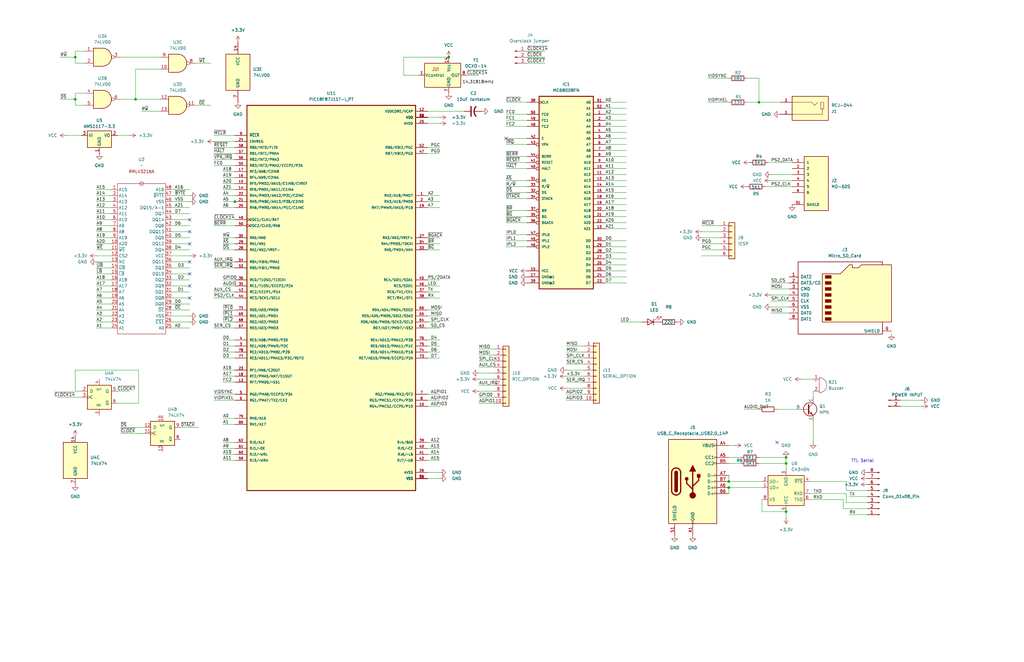
<source format=kicad_sch>
(kicad_sch (version 20250114) (generator "eeschema") (generator_version "9.0")
  (paper "B")
  (text "TTL Serial" (at 363.728 194.564 0) (effects (font (size 1.27 1.27))))
  (junction (at 189.23 24.13))
  (junction (at 99.06 85.09))
  (junction (at 331.47 195.58))
  (junction (at 31.75 41.91))
  (junction (at 320.04 43.18))
  (junction (at 307.34 205.74))
  (junction (at 31.75 24.13))
  (junction (at 331.47 193.04))
  (junction (at 57.15 41.91))
  (junction (at 307.34 203.2))
  (junction (at 331.47 215.9))
  (no_connect (at 80.01 125.73))
  (no_connect (at 80.01 110.49))
  (no_connect (at 80.01 92.71))
  (no_connect (at 80.01 97.79))
  (no_connect (at 327.66 186.69))
  (no_connect (at 213.36 58.42))
  (no_connect (at 80.01 115.57))
  (no_connect (at 80.01 120.65))
  (no_connect (at 80.01 102.87))
  (wire (pts (xy 255.27 101.6) (xy 264.16 101.6)))
  (wire (pts (xy 72.39 85.09) (xy 80.01 85.09)))
  (wire (pts (xy 320.04 33.02) (xy 320.04 43.18)))
  (wire (pts (xy 180.34 186.69) (xy 185.42 186.69)))
  (wire (pts (xy 180.34 49.53) (xy 185.42 49.53)))
  (wire (pts (xy 40.64 85.09) (xy 46.99 85.09)))
  (wire (pts (xy 180.34 105.41) (xy 185.42 105.41)))
  (wire (pts (xy 82.55 44.45) (xy 88.9 44.45)))
  (wire (pts (xy 72.39 125.73) (xy 80.01 125.73)))
  (wire (pts (xy 72.39 113.03) (xy 80.01 113.03)))
  (wire (pts (xy 40.64 100.33) (xy 46.99 100.33)))
  (wire (pts (xy 213.36 104.14) (xy 222.25 104.14)))
  (wire (pts (xy 323.85 68.58) (xy 334.01 68.58)))
  (wire (pts (xy 213.36 91.44) (xy 222.25 91.44)))
  (wire (pts (xy 201.93 157.48) (xy 208.28 157.48)))
  (wire (pts (xy 355.6 210.82) (xy 355.6 214.63)))
  (wire (pts (xy 170.18 24.13) (xy 170.18 31.75)))
  (wire (pts (xy 25.4 41.91) (xy 31.75 41.91)))
  (wire (pts (xy 40.64 92.71) (xy 46.99 92.71)))
  (wire (pts (xy 40.64 90.17) (xy 46.99 90.17)))
  (wire (pts (xy 72.39 135.89) (xy 80.01 135.89)))
  (wire (pts (xy 255.27 104.14) (xy 264.16 104.14)))
  (wire (pts (xy 255.27 109.22) (xy 264.16 109.22)))
  (wire (pts (xy 58.42 170.18) (xy 58.42 156.21)))
  (wire (pts (xy 90.17 69.85) (xy 99.06 69.85)))
  (wire (pts (xy 337.82 160.02) (xy 342.9 160.02)))
  (wire (pts (xy 90.17 123.19) (xy 99.06 123.19)))
  (wire (pts (xy 298.45 33.02) (xy 307.34 33.02)))
  (wire (pts (xy 93.98 189.23) (xy 99.06 189.23)))
  (wire (pts (xy 93.98 80.01) (xy 99.06 80.01)))
  (wire (pts (xy 342.9 165.1) (xy 342.9 167.64)))
  (wire (pts (xy 356.87 212.09) (xy 365.76 212.09)))
  (wire (pts (xy 255.27 111.76) (xy 264.16 111.76)))
  (wire (pts (xy 180.34 201.93) (xy 185.42 201.93)))
  (wire (pts (xy 90.17 92.71) (xy 99.06 92.71)))
  (wire (pts (xy 379.73 171.45) (xy 388.62 171.45)))
  (wire (pts (xy 255.27 76.2) (xy 264.16 76.2)))
  (wire (pts (xy 40.64 82.55) (xy 46.99 82.55)))
  (wire (pts (xy 213.36 48.26) (xy 222.25 48.26)))
  (wire (pts (xy 180.34 199.39) (xy 185.42 199.39)))
  (wire (pts (xy 49.53 165.1) (xy 54.61 165.1)))
  (wire (pts (xy 40.64 97.79) (xy 46.99 97.79)))
  (wire (pts (xy 25.4 24.13) (xy 31.75 24.13)))
  (wire (pts (xy 189.23 24.13) (xy 170.18 24.13)))
  (wire (pts (xy 49.53 57.15) (xy 54.61 57.15)))
  (wire (pts (xy 255.27 91.44) (xy 264.16 91.44)))
  (wire (pts (xy 213.36 43.18) (xy 222.25 43.18)))
  (wire (pts (xy 213.36 60.96) (xy 222.25 60.96)))
  (wire (pts (xy 72.39 138.43) (xy 80.01 138.43)))
  (wire (pts (xy 180.34 123.19) (xy 185.42 123.19)))
  (wire (pts (xy 325.12 124.46) (xy 332.74 124.46)))
  (wire (pts (xy 213.36 81.28) (xy 222.25 81.28)))
  (wire (pts (xy 93.98 194.31) (xy 99.06 194.31)))
  (wire (pts (xy 180.34 148.59) (xy 185.42 148.59)))
  (wire (pts (xy 325.12 119.38) (xy 332.74 119.38)))
  (wire (pts (xy 72.39 110.49) (xy 80.01 110.49)))
  (wire (pts (xy 40.64 110.49) (xy 46.99 110.49)))
  (wire (pts (xy 93.98 151.13) (xy 99.06 151.13)))
  (wire (pts (xy 93.98 118.11) (xy 99.06 118.11)))
  (wire (pts (xy 90.17 166.37) (xy 99.06 166.37)))
  (wire (pts (xy 180.34 46.99) (xy 195.58 46.99)))
  (wire (pts (xy 320.04 43.18) (xy 328.93 43.18)))
  (wire (pts (xy 31.75 41.91) (xy 31.75 44.45)))
  (wire (pts (xy 255.27 45.72) (xy 264.16 45.72)))
  (wire (pts (xy 40.64 128.27) (xy 46.99 128.27)))
  (wire (pts (xy 180.34 166.37) (xy 185.42 166.37)))
  (wire (pts (xy 341.63 203.2) (xy 356.87 203.2)))
  (wire (pts (xy 72.39 115.57) (xy 80.01 115.57)))
  (wire (pts (xy 222.25 26.67) (xy 229.87 26.67)))
  (wire (pts (xy 93.98 158.75) (xy 99.06 158.75)))
  (wire (pts (xy 93.98 74.93) (xy 99.06 74.93)))
  (wire (pts (xy 90.17 62.23) (xy 99.06 62.23)))
  (wire (pts (xy 307.34 200.66) (xy 307.34 203.2)))
  (wire (pts (xy 255.27 86.36) (xy 264.16 86.36)))
  (wire (pts (xy 331.47 218.44) (xy 331.47 215.9)))
  (wire (pts (xy 40.64 138.43) (xy 46.99 138.43)))
  (wire (pts (xy 40.64 107.95) (xy 46.99 107.95)))
  (wire (pts (xy 238.76 166.37) (xy 246.38 166.37)))
  (wire (pts (xy 331.47 193.04) (xy 331.47 195.58)))
  (wire (pts (xy 341.63 210.82) (xy 355.6 210.82)))
  (wire (pts (xy 238.76 153.67) (xy 246.38 153.67)))
  (wire (pts (xy 31.75 24.13) (xy 31.75 26.67)))
  (wire (pts (xy 31.75 156.21) (xy 31.75 165.1)))
  (wire (pts (xy 93.98 77.47) (xy 99.06 77.47)))
  (wire (pts (xy 180.34 52.07) (xy 185.42 52.07)))
  (wire (pts (xy 93.98 176.53) (xy 99.06 176.53)))
  (wire (pts (xy 213.36 66.04) (xy 222.25 66.04)))
  (wire (pts (xy 72.39 130.81) (xy 80.01 130.81)))
  (wire (pts (xy 325.12 132.08) (xy 332.74 132.08)))
  (wire (pts (xy 201.93 170.18) (xy 208.28 170.18)))
  (wire (pts (xy 327.66 172.72) (xy 335.28 172.72)))
  (wire (pts (xy 72.39 102.87) (xy 80.01 102.87)))
  (wire (pts (xy 238.76 156.21) (xy 246.38 156.21)))
  (wire (pts (xy 295.91 100.33) (xy 303.53 100.33)))
  (wire (pts (xy 27.94 57.15) (xy 34.29 57.15)))
  (wire (pts (xy 255.27 73.66) (xy 264.16 73.66)))
  (wire (pts (xy 255.27 96.52) (xy 264.16 96.52)))
  (wire (pts (xy 93.98 100.33) (xy 99.06 100.33)))
  (wire (pts (xy 93.98 161.29) (xy 99.06 161.29)))
  (wire (pts (xy 213.36 101.6) (xy 222.25 101.6)))
  (wire (pts (xy 356.87 207.01) (xy 365.76 207.01)))
  (wire (pts (xy 72.39 95.25) (xy 80.01 95.25)))
  (wire (pts (xy 213.36 88.9) (xy 222.25 88.9)))
  (wire (pts (xy 40.64 118.11) (xy 46.99 118.11)))
  (wire (pts (xy 93.98 72.39) (xy 99.06 72.39)))
  (wire (pts (xy 40.64 87.63) (xy 46.99 87.63)))
  (wire (pts (xy 90.17 138.43) (xy 99.06 138.43)))
  (wire (pts (xy 213.36 68.58) (xy 222.25 68.58)))
  (wire (pts (xy 31.75 44.45) (xy 35.56 44.45)))
  (wire (pts (xy 40.64 102.87) (xy 46.99 102.87)))
  (wire (pts (xy 309.88 187.96) (xy 307.34 187.96)))
  (wire (pts (xy 180.34 146.05) (xy 185.42 146.05)))
  (wire (pts (xy 72.39 105.41) (xy 80.01 105.41)))
  (wire (pts (xy 99.06 85.09) (xy 99.1792 85.09)))
  (wire (pts (xy 255.27 66.04) (xy 264.16 66.04)))
  (wire (pts (xy 93.98 135.89) (xy 99.06 135.89)))
  (wire (pts (xy 180.34 62.23) (xy 185.42 62.23)))
  (wire (pts (xy 72.39 133.35) (xy 80.01 133.35)))
  (wire (pts (xy 255.27 63.5) (xy 264.16 63.5)))
  (wire (pts (xy 93.98 146.05) (xy 99.06 146.05)))
  (wire (pts (xy 180.34 135.89) (xy 185.42 135.89)))
  (wire (pts (xy 201.93 149.86) (xy 208.28 149.86)))
  (wire (pts (xy 40.64 115.57) (xy 46.99 115.57)))
  (wire (pts (xy 31.75 39.37) (xy 31.75 41.91)))
  (wire (pts (xy 93.98 82.55) (xy 99.06 82.55)))
  (wire (pts (xy 93.98 87.63) (xy 99.06 87.63)))
  (wire (pts (xy 180.34 191.77) (xy 185.42 191.77)))
  (wire (pts (xy 72.39 90.17) (xy 80.01 90.17)))
  (wire (pts (xy 255.27 60.96) (xy 264.16 60.96)))
  (wire (pts (xy 213.36 83.82) (xy 222.25 83.82)))
  (wire (pts (xy 72.39 80.01) (xy 80.01 80.01)))
  (wire (pts (xy 201.93 147.32) (xy 208.28 147.32)))
  (wire (pts (xy 213.36 71.12) (xy 222.25 71.12)))
  (wire (pts (xy 180.34 138.43) (xy 185.42 138.43)))
  (wire (pts (xy 49.53 170.18) (xy 58.42 170.18)))
  (wire (pts (xy 201.93 154.94) (xy 208.28 154.94)))
  (wire (pts (xy 35.56 21.59) (xy 31.75 21.59)))
  (wire (pts (xy 93.98 148.59) (xy 99.06 148.59)))
  (wire (pts (xy 255.27 83.82) (xy 264.16 83.82)))
  (wire (pts (xy 379.73 168.91) (xy 388.62 168.91)))
  (wire (pts (xy 180.34 151.13) (xy 185.42 151.13)))
  (wire (pts (xy 40.64 123.19) (xy 46.99 123.19)))
  (wire (pts (xy 222.25 24.13) (xy 229.87 24.13)))
  (wire (pts (xy 321.31 215.9) (xy 331.47 215.9)))
  (wire (pts (xy 180.34 85.09) (xy 185.42 85.09)))
  (wire (pts (xy 93.98 120.65) (xy 99.06 120.65)))
  (wire (pts (xy 40.64 120.65) (xy 46.99 120.65)))
  (wire (pts (xy 180.34 118.11) (xy 185.42 118.11)))
  (wire (pts (xy 213.36 99.06) (xy 222.25 99.06)))
  (wire (pts (xy 90.17 113.03) (xy 99.06 113.03)))
  (wire (pts (xy 93.98 143.51) (xy 99.06 143.51)))
  (wire (pts (xy 255.27 116.84) (xy 264.16 116.84)))
  (wire (pts (xy 90.17 168.91) (xy 99.06 168.91)))
  (wire (pts (xy 82.55 26.67) (xy 88.9 26.67)))
  (wire (pts (xy 255.27 48.26) (xy 264.16 48.26)))
  (wire (pts (xy 213.36 58.42) (xy 222.25 58.42)))
  (wire (pts (xy 180.34 87.63) (xy 185.42 87.63)))
  (wire (pts (xy 72.39 92.71) (xy 80.01 92.71)))
  (wire (pts (xy 201.93 152.4) (xy 208.28 152.4)))
  (wire (pts (xy 180.34 64.77) (xy 185.42 64.77)))
  (wire (pts (xy 325.12 121.92) (xy 332.74 121.92)))
  (wire (pts (xy 201.93 160.02) (xy 208.1908 160.02)))
  (wire (pts (xy 40.64 135.89) (xy 46.99 135.89)))
  (wire (pts (xy 72.39 123.19) (xy 80.01 123.19)))
  (wire (pts (xy 358.14 209.55) (xy 365.76 209.55)))
  (wire (pts (xy 93.98 156.21) (xy 99.06 156.21)))
  (wire (pts (xy 356.87 203.2) (xy 356.87 207.01)))
  (wire (pts (xy 356.87 208.28) (xy 356.87 212.09)))
  (wire (pts (xy 35.56 39.37) (xy 31.75 39.37)))
  (wire (pts (xy 40.64 130.81) (xy 46.99 130.81)))
  (wire (pts (xy 313.69 172.72) (xy 320.04 172.72)))
  (wire (pts (xy 213.36 53.34) (xy 222.25 53.34)))
  (wire (pts (xy 342.9 177.8) (xy 342.9 186.69)))
  (wire (pts (xy 213.36 50.8) (xy 222.25 50.8)))
  (wire (pts (xy 255.27 43.18) (xy 264.16 43.18)))
  (wire (pts (xy 295.91 107.95) (xy 303.53 107.95)))
  (wire (pts (xy 213.36 78.74) (xy 222.25 78.74)))
  (wire (pts (xy 180.34 82.55) (xy 185.42 82.55)))
  (wire (pts (xy 255.27 50.8) (xy 264.16 50.8)))
  (wire (pts (xy 321.31 210.82) (xy 321.31 215.9)))
  (wire (pts (xy 208.28 162.56) (xy 208.3692 162.56)))
  (wire (pts (xy 72.39 87.63) (xy 80.01 87.63)))
  (wire (pts (xy 40.64 113.03) (xy 46.99 113.03)))
  (wire (pts (xy 325.12 127) (xy 332.74 127)))
  (wire (pts (xy 307.34 195.58) (xy 312.42 195.58)))
  (wire (pts (xy 72.39 118.11) (xy 80.01 118.11)))
  (wire (pts (xy 320.04 195.58) (xy 331.47 195.58)))
  (wire (pts (xy 314.96 43.18) (xy 320.04 43.18)))
  (wire (pts (xy 31.75 26.67) (xy 35.56 26.67)))
  (wire (pts (xy 255.27 71.12) (xy 264.16 71.12)))
  (wire (pts (xy 180.34 171.45) (xy 185.42 171.45)))
  (wire (pts (xy 90.17 110.49) (xy 99.06 110.49)))
  (wire (pts (xy 40.64 133.35) (xy 46.99 133.35)))
  (wire (pts (xy 31.75 165.1) (xy 34.29 165.1)))
  (wire (pts (xy 57.15 41.91) (xy 57.15 29.21)))
  (wire (pts (xy 76.2 180.34) (xy 83.82 180.34)))
  (wire (pts (xy 255.27 106.68) (xy 264.16 106.68)))
  (wire (pts (xy 255.27 81.28) (xy 264.16 81.28)))
  (wire (pts (xy 238.76 151.13) (xy 246.38 151.13)))
  (wire (pts (xy 90.17 67.31) (xy 99.06 67.31)))
  (wire (pts (xy 93.98 133.35) (xy 99.06 133.35)))
  (wire (pts (xy 50.8 180.34) (xy 60.96 180.34)))
  (wire (pts (xy 180.34 125.73) (xy 185.42 125.73)))
  (wire (pts (xy 307.34 205.74) (xy 321.31 205.74)))
  (wire (pts (xy 93.98 191.77) (xy 99.06 191.77)))
  (wire (pts (xy 50.8 24.13) (xy 67.31 24.13)))
  (wire (pts (xy 201.93 165.1) (xy 208.28 165.1)))
  (wire (pts (xy 201.93 167.64) (xy 208.28 167.64)))
  (wire (pts (xy 72.39 107.95) (xy 80.01 107.95)))
  (wire (pts (xy 93.98 179.07) (xy 99.06 179.07)))
  (wire (pts (xy 57.15 41.91) (xy 50.8 41.91)))
  (wire (pts (xy 170.18 31.75) (xy 176.53 31.75)))
  (wire (pts (xy 40.64 80.01) (xy 46.99 80.01)))
  (wire (pts (xy 255.27 58.42) (xy 264.16 58.42)))
  (wire (pts (xy 50.8 182.88) (xy 60.96 182.88)))
  (wire (pts (xy 355.6 214.63) (xy 365.76 214.63)))
  (wire (pts (xy 295.91 102.87) (xy 303.53 102.87)))
  (wire (pts (xy 93.98 130.81) (xy 99.06 130.81)))
  (wire (pts (xy 255.27 114.3) (xy 264.16 114.3)))
  (wire (pts (xy 307.34 193.04) (xy 312.42 193.04)))
  (wire (pts (xy 213.36 93.98) (xy 222.25 93.98)))
  (wire (pts (xy 93.98 105.41) (xy 99.06 105.41)))
  (wire (pts (xy 255.27 119.38) (xy 264.16 119.38)))
  (wire (pts (xy 93.98 186.69) (xy 99.06 186.69)))
  (wire (pts (xy 40.64 105.41) (xy 46.99 105.41)))
  (wire (pts (xy 331.47 195.58) (xy 331.47 198.12)))
  (wire (pts (xy 314.96 33.02) (xy 320.04 33.02)))
  (wire (pts (xy 321.31 203.2) (xy 307.34 203.2)))
  (wire (pts (xy 90.17 59.69) (xy 99.06 59.69)))
  (wire (pts (xy 180.34 133.35) (xy 185.42 133.35)))
  (wire (pts (xy 238.76 148.59) (xy 246.38 148.59)))
  (wire (pts (xy 307.34 205.74) (xy 307.34 208.28)))
  (wire (pts (xy 31.75 21.59) (xy 31.75 24.13)))
  (wire (pts (xy 255.27 53.34) (xy 264.16 53.34)))
  (wire (pts (xy 261.62 135.89) (xy 270.51 135.89)))
  (wire (pts (xy 255.27 55.88) (xy 264.16 55.88)))
  (wire (pts (xy 295.91 105.41) (xy 303.53 105.41)))
  (wire (pts (xy 93.98 102.87) (xy 99.06 102.87)))
  (wire (pts (xy 72.39 100.33) (xy 80.01 100.33)))
  (wire (pts (xy 90.17 57.15) (xy 99.06 57.15)))
  (wire (pts (xy 57.15 41.91) (xy 67.31 41.91)))
  (wire (pts (xy 238.76 168.91) (xy 246.38 168.91)))
  (wire (pts (xy 320.04 193.04) (xy 331.47 193.04)))
  (wire (pts (xy 180.34 189.23) (xy 185.42 189.23)))
  (wire (pts (xy 255.27 68.58) (xy 264.16 68.58)))
  (wire (pts (xy 213.36 76.2) (xy 222.25 76.2)))
  (wire (pts (xy 24.13 167.64) (xy 34.29 167.64)))
  (wire (pts (xy 341.63 208.28) (xy 356.87 208.28)))
  (wire (pts (xy 238.76 158.75) (xy 246.38 158.75)))
  (wire (pts (xy 255.27 93.98) (xy 264.16 93.98)))
  (wire (pts (xy 58.42 156.21) (xy 31.75 156.21)))
  (wire (pts (xy 325.12 73.66) (xy 334.01 73.66)))
  (wire (pts (xy 40.64 95.25) (xy 46.99 95.25)))
  (wire (pts (xy 180.34 168.91) (xy 185.42 168.91)))
  (wire (pts (xy 180.34 100.33) (xy 185.42 100.33)))
  (wire (pts (xy 255.27 88.9) (xy 264.16 88.9)))
  (wire (pts (xy 246.38 146.05) (xy 238.76 146.05)))
  (wire (pts (xy 72.39 120.65) (xy 80.01 120.65)))
  (wire (pts (xy 180.34 143.51) (xy 185.42 143.51)))
  (wire (pts (xy 40.64 125.73) (xy 46.99 125.73)))
  (wire (pts (xy 325.12 129.54) (xy 332.74 129.54)))
  (wire (pts (xy 222.25 21.59) (xy 229.87 21.59)))
  (wire (pts (xy 358.14 217.17) (xy 365.76 217.17)))
  (wire (pts (xy 72.39 97.79) (xy 80.01 97.79)))
  (wire (pts (xy 72.39 128.27) (xy 80.01 128.27)))
  (wire (pts (xy 322.58 78.74) (xy 334.01 78.74)))
  (wire (pts (xy 196.85 31.75) (xy 201.93 31.75)))
  (wire (pts (xy 238.76 163.83) (xy 246.38 163.83)))
  (wire (pts (xy 201.93 162.56) (xy 208.1908 162.56)))
  (wire (pts (xy 295.91 95.25) (xy 303.53 95.25)))
  (wire (pts (xy 180.34 120.65) (xy 185.42 120.65)))
  (wire (pts (xy 94.0992 85.09) (xy 99.06 85.09)))
  (wire (pts (xy 90.17 95.25) (xy 99.06 95.25)))
  (wire (pts (xy 90.17 64.77) (xy 99.06 64.77)))
  (wire (pts (xy 180.34 194.31) (xy 185.42 194.31)))
  (wire (pts (xy 180.34 130.81) (xy 185.42 130.81)))
  (wire (pts (xy 325.12 76.2) (xy 334.01 76.2)))
  (wire (pts (xy 208.28 160.02) (xy 208.3692 160.02)))
  (wire (pts (xy 298.45 43.18) (xy 307.34 43.18)))
  (wire (pts (xy 255.27 78.74) (xy 264.16 78.74)))
  (wire (pts (xy 57.15 29.21) (xy 67.31 29.21)))
  (wire (pts (xy 238.76 161.29) (xy 246.38 161.29)))
  (wire (pts (xy 59.69 46.99) (xy 67.31 46.99)))
  (wire (pts (xy 180.34 102.87) (xy 185.42 102.87)))
  (wire (pts (xy 295.91 97.79) (xy 303.53 97.79)))
  (wire (pts (xy 90.17 125.73) (xy 99.06 125.73)))
  (wire (pts (xy 72.39 82.55) (xy 80.01 82.55)))
  (label "PS{slash}2DATA" (at 180.34 118.11 0))
  (label "AGIPIO2" (at 181.61 168.91 0))
  (label "A3" (at 255.27 50.8 0))
  (label "~{OE}" (at 83.82 44.45 0))
  (label "~{CLOCK7}" (at 222.25 26.67 0))
  (label "MISO" (at 325.12 132.08 0))
  (label "PS2_DATA" (at 325.12 68.58 0))
  (label "A4" (at 40.64 130.81 0))
  (label "RX" (at 180.34 125.73 0))
  (label "~{BGACK}" (at 180.34 100.33 0))
  (label "~{DTACK}" (at 76.2 180.34 0))
  (label "~{DTACK}" (at 213.36 83.82 0))
  (label "D5" (at 73.66 100.33 0))
  (label "~{BERR}" (at 213.36 66.04 0))
  (label "RXD" (at 342.9 210.82 0))
  (label "A9" (at 93.98 189.23 0))
  (label "AUDIO" (at 93.98 120.65 0))
  (label "~{LB}" (at 40.64 115.57 0))
  (label "~{IPL0}" (at 93.98 130.81 0))
  (label "~{IRQ}" (at 213.36 60.96 0))
  (label "~{DS}" (at 50.8 180.34 0))
  (label "MOSI" (at 181.61 130.81 0))
  (label "~{BERR}" (at 90.17 95.25 0))
  (label "D6" (at 181.61 148.59 0))
  (label "~{IPL2}" (at 93.98 135.89 0))
  (label "SPI_CLK" (at 181.61 135.89 0))
  (label "D7" (at 181.61 151.13 0))
  (label "FC2" (at 213.36 53.34 0))
  (label "~{VPA_IRQ}" (at 90.17 67.31 0))
  (label "~{CLOCK}" (at 50.8 182.88 0))
  (label "~{CLOCK14}" (at 196.85 31.75 0))
  (label "A4" (at 255.27 53.34 0))
  (label "A12" (at 255.27 73.66 0))
  (label "A3" (at 40.64 133.35 0))
  (label "R~{W}" (at 59.69 46.99 0))
  (label "FC2" (at 93.98 161.29 0))
  (label "~{CLOCK7}" (at 49.53 165.1 0))
  (label "R~{W}" (at 25.4 24.13 0))
  (label "A10" (at 93.98 191.77 0))
  (label "D0" (at 93.98 143.51 0))
  (label "PS2{slash}CLK" (at 90.17 125.73 0))
  (label "VIDPIXEL" (at 90.17 168.91 0))
  (label "~{BGACK}" (at 213.36 93.98 0))
  (label "SER_CS" (at 238.76 153.67 0))
  (label "A2" (at 180.34 82.55 0))
  (label "VIDPIXEL" (at 298.45 43.18 0))
  (label "A1" (at 40.64 138.43 0))
  (label "A13" (at 40.64 85.09 0))
  (label "A7" (at 40.64 123.19 0))
  (label "LED" (at 261.62 135.89 0))
  (label "D3" (at 93.98 151.13 0))
  (label "~{IPL1}" (at 93.98 133.35 0))
  (label "~{MCLR}" (at 295.91 95.25 0))
  (label "SER_IRQ" (at 238.76 161.29 0))
  (label "A18" (at 255.27 88.9 0))
  (label "A12" (at 40.64 87.63 0))
  (label "D1" (at 255.27 104.14 0))
  (label "A9" (at 40.64 95.25 0))
  (label "~{DS}" (at 93.98 105.41 0))
  (label "D5" (at 255.27 114.3 0))
  (label "D3" (at 74.93 113.03 0))
  (label "A0" (at 73.66 138.43 0))
  (label "GPIO0" (at 93.98 118.11 0))
  (label "SPI_CLK" (at 238.76 151.13 0))
  (label "IPL0" (at 213.36 99.06 0))
  (label "AGPIO2" (at 238.76 166.37 0))
  (label "GPIO0" (at 201.93 167.64 0))
  (label "D7" (at 73.66 90.17 0))
  (label "PGD" (at 181.61 64.77 0))
  (label "MISO" (at 181.61 133.35 0))
  (label "D2" (at 93.98 148.59 0))
  (label "A0" (at 255.27 43.18 0))
  (label "D6" (at 73.66 95.25 0))
  (label "~{BG}" (at 180.34 105.41 0))
  (label "A18" (at 93.98 72.39 0))
  (label "D1" (at 74.93 123.19 0))
  (label "D1" (at 93.98 146.05 0))
  (label "A1" (at 255.27 45.72 0))
  (label "~{RESET}" (at 213.36 68.58 0))
  (label "A11" (at 40.64 90.17 0))
  (label "~{AS}" (at 93.98 102.87 0))
  (label "IPL2" (at 213.36 104.14 0))
  (label "14.31818mHz" (at 208.28 35.56 180))
  (label "A1" (at 93.98 179.07 0))
  (label "A17" (at 40.64 120.65 0))
  (label "~{BG}" (at 213.36 91.44 0))
  (label "D0" (at 255.27 101.6 0))
  (label "A21" (at 255.27 96.52 0))
  (label "~{DS}" (at 213.36 81.28 0))
  (label "AGPIO1" (at 201.93 170.18 0))
  (label "D2" (at 74.93 118.11 0))
  (label "A5" (at 93.98 85.09 0))
  (label "A21" (at 93.98 80.01 0))
  (label "A15" (at 181.61 194.31 0))
  (label "AUX_CS" (at 90.17 123.19 0))
  (label "A2" (at 255.27 48.26 0))
  (label "~{DS}" (at 25.4 41.91 0))
  (label "~{HALT}" (at 90.17 64.77 0))
  (label "A20" (at 93.98 77.47 0))
  (label "~{BR}" (at 180.34 102.87 0))
  (label "AGPIO3" (at 181.61 171.45 0))
  (label "~{CLOCK}" (at 222.25 24.13 0))
  (label "PS2_CLK" (at 325.12 78.74 0))
  (label "MOSI" (at 325.12 121.92 0))
  (label "A2" (at 40.64 135.89 0))
  (label "A21" (at 73.66 87.63 0))
  (label "A0" (at 93.98 176.53 0))
  (label "TX" (at 358.14 209.55 0))
  (label "AUDIO_OUT" (at 313.69 172.72 0))
  (label "AGPIO1" (at 181.61 166.37 0))
  (label "LED" (at 180.34 120.65 0))
  (label "~{BR}" (at 213.36 88.9 0))
  (label "A16" (at 93.98 156.21 0))
  (label "A5" (at 40.64 128.27 0))
  (label "~{OE}" (at 73.66 130.81 0))
  (label "FC0" (at 90.17 69.85 0))
  (label "A5" (at 255.27 55.88 0))
  (label "A3" (at 180.34 85.09 0))
  (label "MISO" (at 201.93 147.32 0))
  (label "A10" (at 40.64 92.71 0))
  (label "R{slash}~{W}" (at 213.36 78.74 0))
  (label "D2" (at 255.27 106.68 0))
  (label "A16" (at 73.66 80.01 0))
  (label "D5" (at 181.61 146.05 0))
  (label "A14" (at 40.64 82.55 0))
  (label "IPL1" (at 213.36 101.6 0))
  (label "~{WE}" (at 83.82 26.67 0))
  (label "~{RESET}" (at 90.17 62.23 0))
  (label "D0" (at 73.66 128.27 0))
  (label "MISO" (at 238.76 146.05 0))
  (label "A6" (at 255.27 58.42 0))
  (label "A8" (at 255.27 63.5 0))
  (label "~{MCLR}" (at 90.17 57.15 0))
  (label "AUX_IRQ" (at 201.93 162.56 0))
  (label "A15" (at 40.64 80.01 0))
  (label "D7" (at 255.27 119.38 0))
  (label "A7" (at 255.27 60.96 0))
  (label "TXD" (at 342.9 208.28 0))
  (label "A9" (at 255.27 66.04 0))
  (label "D6" (at 255.27 116.84 0))
  (label "A19" (at 40.64 100.33 0))
  (label "A20" (at 255.27 93.98 0))
  (label "VIDSYNC" (at 90.17 166.37 0))
  (label "PGC" (at 295.91 105.41 0))
  (label "A14" (at 181.61 191.77 0))
  (label "D4" (at 255.27 111.76 0))
  (label "SPI_CLK" (at 201.93 152.4 0))
  (label "~{SER_IRQ}" (at 90.17 113.03 0))
  (label "A17" (at 93.98 158.75 0))
  (label "A19" (at 93.98 74.93 0))
  (label "A13" (at 181.61 189.23 0))
  (label "PGC" (at 181.61 62.23 0))
  (label "A13" (at 255.27 76.2 0))
  (label "A4" (at 93.98 82.55 0))
  (label "~{UB}" (at 40.64 113.03 0))
  (label "SD_CS" (at 181.61 138.43 0))
  (label "~{HALT}" (at 213.36 71.12 0))
  (label "D4" (at 73.66 105.41 0))
  (label "A20" (at 40.64 102.87 0))
  (label "~{CLOCK14}" (at 90.17 92.71 0))
  (label "A17" (at 255.27 86.36 0))
  (label "RX" (at 358.14 217.17 0))
  (label "A18" (at 40.64 118.11 0))
  (label "~{AS}" (at 213.36 76.2 0))
  (label "FC0" (at 213.36 48.26 0))
  (label "MOSI" (at 201.93 149.86 0))
  (label "A11" (at 255.27 71.12 0))
  (label "VIDSYNC" (at 298.45 33.02 0))
  (label "MOSI" (at 238.76 148.59 0))
  (label "PGD" (at 295.91 102.87 0))
  (label "A8" (at 40.64 97.79 0))
  (label "~{CLOCK14}" (at 222.25 21.59 0))
  (label "+3.3V" (at 238.76 158.75 0))
  (label "AUX_CS" (at 201.93 154.94 0))
  (label "A6" (at 40.64 125.73 0))
  (label "AGPIO3" (at 238.76 168.91 0))
  (label "A11" (at 93.98 194.31 0))
  (label "AUX_IRQ" (at 90.17 110.49 0))
  (label "~{CLOCK}" (at 213.36 43.18 0))
  (label "VSS" (at 73.66 85.09 0))
  (label "A8" (at 93.98 186.69 0))
  (label "TX" (at 180.34 123.19 0))
  (label "A14" (at 255.27 78.74 0))
  (label "A19" (at 255.27 91.44 0))
  (label "A16" (at 255.27 83.82 0))
  (label "D3" (at 255.27 109.22 0))
  (label "~{WE}" (at 40.64 105.41 0))
  (label "A7" (at 180.34 87.63 0))
  (label "R~{W}" (at 93.98 100.33 0))
  (label "SPI_CLK" (at 325.12 127 0))
  (label "D4" (at 181.61 143.51 0))
  (label "A12" (at 181.61 186.69 0))
  (label "FC1" (at 213.36 50.8 0))
  (label "SER_CS" (at 90.17 138.43 0))
  (label "A10" (at 255.27 68.58 0))
  (label "~{CLOCK14}" (at 22.86 167.64 0))
  (label "~{BYTE}" (at 73.66 82.55 0))
  (label "SD_CS" (at 325.12 119.38 0))
  (label "A6" (at 93.98 87.63 0))
  (label "A15" (at 255.27 81.28 0))
  (symbol (lib_id "power:VCC") (at 325.12 76.2 90) (unit 1)
    (property "Reference" "#PWR027" (effects (hide yes)))
    (property "Value" "VCC" (at 321.31 76.1999 90) (effects (justify left)))
    (property "Description" "Power symbol creates a global label with name \"VCC\"" (effects (hide yes)))
  )
  (symbol (lib_id "74xx:74LS74") (at 31.75 194.31 0) (unit 3)
    (property "Reference" "U4" (at 38.1 193.0399 0) (effects (justify left)))
    (property "Value" "74LV74" (at 38.1 195.5799 0) (effects (justify left)))
    (property "Footprint" "Package_SO:SOIC-14_3.9x8.7mm_P1.27mm" (effects (hide yes)))
    (property "Datasheet" "74xx/74hc_hct74.pdf" (effects (hide yes)))
    (property "Description" "Dual D Flip-flop, Set & Reset" (effects (hide yes)))
  )
  (symbol (lib_id "power:GND") (at 328.93 48.26 270) (unit 1)
    (property "Reference" "#PWR023" (effects (hide yes)))
    (property "Value" "GND" (at 325.12 48.2599 90) (effects (justify right)))
    (property "Description" "Power symbol creates a global label with name \"GND\" , ground" (effects (hide yes)))
  )
  (symbol (lib_id "Device:R") (at 311.15 43.18 90) (unit 1)
    (property "Reference" "R1" (at 311.404 40.894 90))
    (property "Value" "330" (at 311.15 43.18 90))
    (property "Footprint" "Resistor_SMD:R_1206_3216Metric" (effects (hide yes)))
    (property "Description" "Resistor" (effects (hide yes)))
  )
  (symbol (lib_id "Connector:USB_C_Receptacle_USB2.0_14P") (at 292.1 203.2 0) (unit 1)
    (property "Reference" "J5" (at 292.1 180.34 0))
    (property "Value" "USB_C_Receptacle_USB2.0_14P" (at 292.1 182.88 0))
    (property "Footprint" "Connector_USB:USB_C_Receptacle_GCT_USB4105-xx-A_16P_TopMnt_Horizontal" (effects (hide yes)))
    (property "Datasheet" "https://www.usb.org/sites/default/files/documents/usb_type-c.zip" (effects (hide yes)))
    (property "Description" "USB 2.0-only 14P Type-C Receptacle connector" (effects (hide yes)))
  )
  (symbol (lib_id "power:GND") (at 222.25 119.38 270) (unit 1)
    (property "Reference" "#PWR04" (effects (hide yes)))
    (property "Value" "GND" (at 218.44 119.3799 90) (effects (justify right)))
    (property "Description" "Power symbol creates a global label with name \"GND\" , ground" (effects (hide yes)))
  )
  (symbol (lib_id "power:GND") (at 365.76 199.39 270) (unit 1)
    (property "Reference" "#PWR038" (effects (hide yes)))
    (property "Value" "GND" (at 361.95 199.3899 90) (effects (justify right)))
    (property "Description" "Power symbol creates a global label with name \"GND\" , ground" (effects (hide yes)))
  )
  (symbol (lib_id "Device:R") (at 316.23 193.04 90) (unit 1)
    (property "Reference" "R7" (at 316.23 190.754 90))
    (property "Value" "5K1" (at 316.23 193.04 90))
    (property "Description" "Resistor" (effects (hide yes)))
  )
  (symbol (lib_id "power:GND") (at 189.23 39.37 0) (unit 1)
    (property "Reference" "#PWR05" (effects (hide yes)))
    (property "Value" "GND" (at 189.23 44.45 0))
    (property "Description" "Power symbol creates a global label with name \"GND\" , ground" (effects (hide yes)))
  )
  (symbol (lib_id "power:GND") (at 284.48 226.06 0) (unit 1)
    (property "Reference" "#PWR060" (effects (hide yes)))
    (property "Value" "GND" (at 284.48 231.14 0))
    (property "Description" "Power symbol creates a global label with name \"GND\" , ground" (effects (hide yes)))
  )
  (symbol (lib_id "power:+3.3V") (at 185.42 49.53 270) (unit 1)
    (property "Reference" "#PWR066" (effects (hide yes)))
    (property "Value" "+3.3V" (at 190.5 49.5299 90) (effects (justify left)))
    (property "Description" "Power symbol creates a global label with name \"+3.3V\"" (effects (hide yes)))
  )
  (symbol (lib_id "power:+3.3V") (at 238.76 158.75 90) (unit 1)
    (property "Reference" "#PWR08" (effects (hide yes)))
    (property "Value" "+3.3V" (at 234.95 158.7499 90) (effects (justify left)))
    (property "Description" "Power symbol creates a global label with name \"+3.3V\"" (effects (hide yes)))
  )
  (symbol (lib_id "74xx:74LS74") (at 68.58 182.88 0) (unit 2)
    (property "Reference" "U4" (at 70.7233 172.72 0) (effects (justify left)))
    (property "Value" "74LV74" (at 70.7233 175.26 0) (effects (justify left)))
    (property "Footprint" "Package_SO:SOIC-14_3.9x8.7mm_P1.27mm" (effects (hide yes)))
    (property "Datasheet" "74xx/74hc_hct74.pdf" (effects (hide yes)))
    (property "Description" "Dual D Flip-flop, Set & Reset" (effects (hide yes)))
  )
  (symbol (lib_id "power:GND") (at 41.91 64.77 0) (unit 1)
    (property "Reference" "#PWR014" (effects (hide yes)))
    (property "Value" "GND" (at 41.91 69.85 0))
    (property "Description" "Power symbol creates a global label with name \"GND\" , ground" (effects (hide yes)))
  )
  (symbol (lib_id "74xx:74LS00") (at 74.93 26.67 0) (unit 3)
    (property "Reference" "U3" (at 74.9217 17.78 0))
    (property "Value" "74LV00" (at 74.9217 20.32 0))
    (property "Footprint" "Package_SO:SOIC-14_3.9x8.7mm_P1.27mm" (effects (hide yes)))
    (property "Datasheet" "http://www.ti.com/lit/gpn/sn74ls00" (effects (hide yes)))
    (property "Description" "quad 2-input NAND gate" (effects (hide yes)))
  )
  (symbol (lib_id "74xx:74LS00") (at 43.18 41.91 0) (unit 2)
    (property "Reference" "U3" (at 43.1717 33.02 0))
    (property "Value" "74LV00" (at 43.1717 35.56 0))
    (property "Footprint" "Package_SO:SOIC-14_3.9x8.7mm_P1.27mm" (effects (hide yes)))
    (property "Datasheet" "http://www.ti.com/lit/gpn/sn74ls00" (effects (hide yes)))
    (property "Description" "quad 2-input NAND gate" (effects (hide yes)))
  )
  (symbol (lib_id "power:GND") (at 31.75 204.47 0) (unit 1)
    (property "Reference" "#PWR041" (effects (hide yes)))
    (property "Value" "GND" (at 31.75 209.55 0))
    (property "Description" "Power symbol creates a global label with name \"GND\" , ground" (effects (hide yes)))
  )
  (symbol (lib_id "power:GND") (at 185.42 199.39 90) (unit 1)
    (property "Reference" "#PWR064" (effects (hide yes)))
    (property "Value" "GND" (at 190.5 199.3899 90) (effects (justify right)))
    (property "Description" "Power symbol creates a global label with name \"GND\" , ground" (effects (hide yes)))
  )
  (symbol (lib_id "Connector_Generic:Conn_01x10") (at 213.36 157.48 0) (unit 1)
    (property "Reference" "J10" (at 215.9 157.4799 0) (effects (justify left)))
    (property "Value" "RTC_OPTION" (at 215.9 160.0199 0) (effects (justify left)))
    (property "Footprint" "Connector_PinHeader_2.54mm:PinHeader_1x10_P2.54mm_Vertical" (effects (hide yes)))
    (property "Description" "Generic connector, single row, 01x10, script generated (kicad-library-utils/schlib/autogen/connector/)" (effects (hide yes)))
  )
  (symbol (lib_id "power:GND") (at 100.33 43.18 0) (unit 1)
    (property "Reference" "#PWR043" (effects (hide yes)))
    (property "Value" "GND" (at 100.33 48.26 0))
    (property "Description" "Power symbol creates a global label with name \"GND\" , ground" (effects (hide yes)))
  )
  (symbol (lib_id "power:VCC") (at 314.96 78.74 90) (unit 1)
    (property "Reference" "#PWR037" (effects (hide yes)))
    (property "Value" "VCC" (at 311.15 78.7399 90) (effects (justify left)))
    (property "Description" "Power symbol creates a global label with name \"VCC\"" (effects (hide yes)))
  )
  (symbol (lib_id "power:+3.3V") (at 331.47 218.44 180) (unit 1)
    (property "Reference" "#PWR06" (effects (hide yes)))
    (property "Value" "+3.3V" (at 331.47 223.52 0))
    (property "Description" "Power symbol creates a global label with name \"+3.3V\"" (effects (hide yes)))
  )
  (symbol (lib_id "power:+3.3V") (at 54.61 57.15 270) (unit 1)
    (property "Reference" "#PWR016" (effects (hide yes)))
    (property "Value" "+3.3V" (at 58.42 57.1499 90) (effects (justify left)))
    (property "Description" "Power symbol creates a global label with name \"+3.3V\"" (effects (hide yes)))
  )
  (symbol (lib_id "power:GND") (at 342.9 186.69 0) (unit 1)
    (property "Reference" "#PWR029" (effects (hide yes)))
    (property "Value" "GND" (at 342.9 191.77 0))
    (property "Description" "Power symbol creates a global label with name \"GND\" , ground" (effects (hide yes)))
  )
  (symbol (lib_id "PIC18F87J11T-I_PT:PIC18F87J11T-I_PT") (at 139.7 125.73 0) (unit 1)
    (property "Reference" "U11" (at 139.7 39.37 0))
    (property "Value" "PIC18F87J11T-I_PT" (at 139.7 41.91 0))
    (property "Footprint" "PIC18F87J11T-I_PT:QFP50P1400X1400X120-80N" (effects (hide yes)))
    (property "MF" "Microchip" (effects (hide yes)))
    (property "Description_1" "128KB Flash, 3936 bytes RAM, 10 MIPS, 67 I/O, nanoWatt80 TQFP 12x12x1mm T/R | Microchip Technology Inc. PIC18F87J11T-I/PT" (effects (hide yes)))
    (property "Package" "TQFP-80 Microchip" (effects (hide yes)))
    (property "Price" "None" (effects (hide yes)))
    (property "SnapEDA_Link" "https://www.snapeda.com/parts/PIC18F87J11T-I/PT/Microchip/view-part/?ref=snap" (effects (hide yes)))
    (property "MP" "PIC18F87J11T-I/PT" (effects (hide yes)))
    (property "Availability" "In Stock" (effects (hide yes)))
    (property "Check_prices" "https://www.snapeda.com/parts/PIC18F87J11T-I/PT/Microchip/view-part/?ref=eda" (effects (hide yes)))
  )
  (symbol (lib_id "Connector:Conn_01x08_Pin") (at 370.84 209.55 180) (unit 1)
    (property "Reference" "J8" (at 372.11 207.0099 0) (effects (justify right)))
    (property "Value" "Conn_01x08_Pin" (at 372.11 209.5499 0) (effects (justify right)))
    (property "Description" "Generic connector, single row, 01x08, script generated" (effects (hide yes)))
  )
  (symbol (lib_id "RCJ-044:RCJ-044") (at 341.63 45.72 0) (mirror y) (unit 1)
    (property "Reference" "J1" (at 350.52 46.9901 0) (effects (justify right)))
    (property "Value" "RCJ-044" (at 350.52 44.4501 0) (effects (justify right)))
    (property "Footprint" "RCJ-044:CUI_RCJ-044" (effects (hide yes)))
    (property "MF" "Same Sky" (effects (hide yes)))
    (property "MAXIMUM_PACKAGE_HEIGHT" "11.6 mm" (effects (hide yes)))
    (property "Package" "None" (effects (hide yes)))
    (property "Price" "None" (effects (hide yes)))
    (property "Check_prices" "https://www.snapeda.com/parts/RCJ-044/Same+Sky/view-part/?ref=eda" (effects (hide yes)))
    (property "STANDARD" "Manufacturer Recommendations" (effects (hide yes)))
    (property "PARTREV" "1.02" (effects (hide yes)))
    (property "SnapEDA_Link" "https://www.snapeda.com/parts/RCJ-044/Same+Sky/view-part/?ref=snap" (effects (hide yes)))
    (property "MP" "RCJ-044" (effects (hide yes)))
    (property "Description_1" "Metal Right-Angle, RCA Jack, Yellow Housing and Insulation" (effects (hide yes)))
    (property "Availability" "In Stock" (effects (hide yes)))
    (property "MANUFACTURER" "CUI Devices" (effects (hide yes)))
  )
  (symbol (lib_id "Device:C_US") (at 199.39 46.99 90) (unit 1)
    (property "Reference" "C2" (at 199.644 39.37 90))
    (property "Value" "10uF tantalum" (at 199.644 41.91 90))
    (property "Description" "capacitor, US symbol" (effects (hide yes)))
  )
  (symbol (lib_id "power:VCC") (at 316.23 68.58 90) (unit 1)
    (property "Reference" "#PWR036" (effects (hide yes)))
    (property "Value" "VCC" (at 312.42 68.5799 90) (effects (justify left)))
    (property "Description" "Power symbol creates a global label with name \"VCC\"" (effects (hide yes)))
  )
  (symbol (lib_id "power:VCC") (at 222.25 114.3 90) (unit 1)
    (property "Reference" "#PWR02" (effects (hide yes)))
    (property "Value" "VCC" (at 218.44 114.2999 90) (effects (justify left)))
    (property "Description" "Power symbol creates a global label with name \"VCC\"" (effects (hide yes)))
  )
  (symbol (lib_id "Device:R") (at 320.04 68.58 90) (unit 1)
    (property "Reference" "R4" (at 320.04 66.04 90))
    (property "Value" "5K1" (at 320.04 68.58 90))
    (property "Footprint" "Resistor_SMD:R_1206_3216Metric" (effects (hide yes)))
    (property "Description" "Resistor" (effects (hide yes)))
  )
  (symbol (lib_id "power:GND") (at 80.01 135.89 90) (unit 1)
    (property "Reference" "#PWR019" (effects (hide yes)))
    (property "Value" "GND" (at 83.82 135.8899 90) (effects (justify right)))
    (property "Description" "Power symbol creates a global label with name \"GND\" , ground" (effects (hide yes)))
  )
  (symbol (lib_id "power:VCC") (at 238.76 163.83 90) (unit 1)
    (property "Reference" "#PWR021" (effects (hide yes)))
    (property "Value" "VCC" (at 234.95 163.8299 90) (effects (justify left)))
    (property "Description" "Power symbol creates a global label with name \"VCC\"" (effects (hide yes)))
  )
  (symbol (lib_id "power:VCC") (at 388.62 171.45 270) (unit 1)
    (property "Reference" "#PWR035" (effects (hide yes)))
    (property "Value" "VCC" (at 392.43 171.4499 90) (effects (justify left)))
    (property "Description" "Power symbol creates a global label with name \"VCC\"" (effects (hide yes)))
  )
  (symbol (lib_id "power:VCC") (at 309.88 187.96 270) (unit 1)
    (property "Reference" "#PWR032" (effects (hide yes)))
    (property "Value" "VCC" (at 313.69 187.9599 90) (effects (justify left)))
    (property "Description" "Power symbol creates a global label with name \"VCC\"" (effects (hide yes)))
  )
  (symbol (lib_id "power:GND") (at 201.93 157.48 270) (unit 1)
    (property "Reference" "#PWR010" (effects (hide yes)))
    (property "Value" "GND" (at 198.12 157.4799 90) (effects (justify right)))
    (property "Description" "Power symbol creates a global label with name \"GND\" , ground" (effects (hide yes)))
  )
  (symbol (lib_id "74xx:74LS00") (at 43.18 24.13 0) (unit 1)
    (property "Reference" "U3" (at 43.1717 15.24 0))
    (property "Value" "74LV00" (at 43.1717 17.78 0))
    (property "Footprint" "Package_SO:SOIC-14_3.9x8.7mm_P1.27mm" (effects (hide yes)))
    (property "Datasheet" "http://www.ti.com/lit/gpn/sn74ls00" (effects (hide yes)))
    (property "Description" "quad 2-input NAND gate" (effects (hide yes)))
  )
  (symbol (lib_id "power:GND") (at 325.12 73.66 270) (unit 1)
    (property "Reference" "#PWR026" (effects (hide yes)))
    (property "Value" "GND" (at 321.31 73.6599 90) (effects (justify right)))
    (property "Description" "Power symbol creates a global label with name \"GND\" , ground" (effects (hide yes)))
  )
  (symbol (lib_id "power:GND") (at 292.1 226.06 0) (unit 1)
    (property "Reference" "#PWR033" (effects (hide yes)))
    (property "Value" "GND" (at 292.1 231.14 0))
    (property "Description" "Power symbol creates a global label with name \"GND\" , ground" (effects (hide yes)))
  )
  (symbol (lib_id "power:VCC") (at 27.94 57.15 90) (unit 1)
    (property "Reference" "#PWR015" (effects (hide yes)))
    (property "Value" "VCC" (at 24.13 57.1499 90) (effects (justify left)))
    (property "Description" "Power symbol creates a global label with name \"VCC\"" (effects (hide yes)))
  )
  (symbol (lib_id "power:GND") (at 325.12 129.54 270) (unit 1)
    (property "Reference" "#PWR024" (effects (hide yes)))
    (property "Value" "GND" (at 321.31 129.5399 90) (effects (justify right)))
    (property "Description" "Power symbol creates a global label with name \"GND\" , ground" (effects (hide yes)))
  )
  (symbol (lib_id "Device:R") (at 311.15 33.02 90) (unit 1)
    (property "Reference" "R2" (at 311.15 30.734 90))
    (property "Value" "680" (at 311.15 33.02 90))
    (property "Footprint" "Resistor_SMD:R_1206_3216Metric" (effects (hide yes)))
    (property "Description" "Resistor" (effects (hide yes)))
  )
  (symbol (lib_id "Connector:Conn_01x02_Pin") (at 374.65 168.91 0) (unit 1)
    (property "Reference" "J6" (at 382.524 164.084 0))
    (property "Value" "POWER INPUT" (at 382.524 166.624 0))
    (property "Footprint" "Connector_PinHeader_2.54mm:PinHeader_1x02_P2.54mm_Vertical" (effects (hide yes)))
    (property "Description" "Generic connector, single row, 01x02, script generated" (effects (hide yes)))
  )
  (symbol (lib_id "power:GND") (at 185.42 201.93 90) (unit 1)
    (property "Reference" "#PWR065" (effects (hide yes)))
    (property "Value" "GND" (at 190.5 201.9299 90) (effects (justify right)))
    (property "Description" "Power symbol creates a global label with name \"GND\" , ground" (effects (hide yes)))
  )
  (symbol (lib_id "power:+3.3V") (at 90.17 59.69 90) (unit 1)
    (property "Reference" "#PWR068" (effects (hide yes)))
    (property "Value" "+3.3V" (at 86.106 59.69 90) (effects (justify left)))
    (property "Description" "Power symbol creates a global label with name \"+3.3V\"" (effects (hide yes)))
  )
  (symbol (lib_id "74xx:74LS00") (at 74.93 44.45 0) (unit 4)
    (property "Reference" "U3" (at 74.9217 35.56 0))
    (property "Value" "74LV00" (at 74.9217 38.1 0))
    (property "Footprint" "Package_SO:SOIC-14_3.9x8.7mm_P1.27mm" (effects (hide yes)))
    (property "Datasheet" "http://www.ti.com/lit/gpn/sn74ls00" (effects (hide yes)))
    (property "Description" "quad 2-input NAND gate" (effects (hide yes)))
  )
  (symbol (lib_id "Interface_USB:CH340N") (at 331.47 208.28 0) (mirror x) (unit 1)
    (property "Reference" "U6" (at 333.6133 195.58 0) (effects (justify left)))
    (property "Value" "CH340N" (at 333.6133 198.12 0) (effects (justify left)))
    (property "Footprint" "Package_SO:SOP-8_3.9x4.9mm_P1.27mm" (effects (hide yes)))
    (property "Datasheet" "https://aitendo3.sakura.ne.jp/aitendo_data/product_img/ic/inteface/CH340N/ch340n.pdf" (effects (hide yes)))
    (property "Description" "USB serial converter, 2Mbps, UART, SOP-8" (effects (hide yes)))
  )
  (symbol (lib_id "Connector:Conn_01x03_Pin") (at 217.17 24.13 0) (unit 1)
    (property "Reference" "J4" (at 223.52 14.732 0))
    (property "Value" "Overclock jumper" (at 223.266 17.272 0))
    (property "Footprint" "Connector_PinHeader_2.54mm:PinHeader_1x03_P2.54mm_Vertical" (effects (hide yes)))
    (property "Description" "Generic connector, single row, 01x03, script generated" (effects (hide yes)))
  )
  (symbol (lib_id "74xx:74LS74") (at 41.91 167.64 0) (unit 1)
    (property "Reference" "U4" (at 44.0533 157.48 0) (effects (justify left)))
    (property "Value" "74LV74" (at 44.0533 160.02 0) (effects (justify left)))
    (property "Footprint" "Package_SO:SOIC-14_3.9x8.7mm_P1.27mm" (effects (hide yes)))
    (property "Datasheet" "74xx/74hc_hct74.pdf" (effects (hide yes)))
    (property "Description" "Dual D Flip-flop, Set & Reset" (effects (hide yes)))
  )
  (symbol (lib_id "power:+3.3V") (at 80.01 107.95 270) (unit 1)
    (property "Reference" "#PWR017" (effects (hide yes)))
    (property "Value" "+3.3V" (at 83.82 107.9499 90) (effects (justify left)))
    (property "Description" "Power symbol creates a global label with name \"+3.3V\"" (effects (hide yes)))
  )
  (symbol (lib_id "power:GND") (at 334.01 86.36 0) (unit 1)
    (property "Reference" "#PWR059" (effects (hide yes)))
    (property "Value" "GND" (at 334.01 91.44 0))
    (property "Description" "Power symbol creates a global label with name \"GND\" , ground" (effects (hide yes)))
  )
  (symbol (lib_id "Connector_Generic:Conn_01x10") (at 251.46 156.21 0) (unit 1)
    (property "Reference" "J11" (at 254 156.2099 0) (effects (justify left)))
    (property "Value" "SERIAL_OPTION" (at 254 158.7499 0) (effects (justify left)))
    (property "Footprint" "Connector_PinHeader_2.54mm:PinHeader_1x10_P2.54mm_Vertical" (effects (hide yes)))
    (property "Description" "Generic connector, single row, 01x10, script generated (kicad-library-utils/schlib/autogen/connector/)" (effects (hide yes)))
  )
  (symbol (lib_id "equack2:SRAM32M") (at 55.88 105.41 0) (unit 1)
    (property "Reference" "U2" (at 59.69 67.31 0))
    (property "Value" "~" (at 59.69 69.85 0))
    (property "Footprint" "Package_SO:TSOP-I-48_18.4x12mm_P0.5mm" (effects (hide yes)))
  )
  (symbol (lib_id "power:GND") (at 295.91 100.33 270) (unit 1)
    (property "Reference" "#PWR063" (effects (hide yes)))
    (property "Value" "GND" (at 292.1 100.3299 90) (effects (justify right)))
    (property "Description" "Power symbol creates a global label with name \"GND\" , ground" (effects (hide yes)))
  )
  (symbol (lib_id "power:GND") (at 40.64 110.49 270) (unit 1)
    (property "Reference" "#PWR028" (effects (hide yes)))
    (property "Value" "GND" (at 36.83 110.4899 90) (effects (justify right)))
    (property "Description" "Power symbol creates a global label with name \"GND\" , ground" (effects (hide yes)))
  )
  (symbol (lib_id "power:GND") (at 80.01 82.55 90) (unit 1)
    (property "Reference" "#PWR012" (effects (hide yes)))
    (property "Value" "GND" (at 83.82 82.5499 90) (effects (justify right)))
    (property "Description" "Power symbol creates a global label with name \"GND\" , ground" (effects (hide yes)))
  )
  (symbol (lib_id "power:+3.3V") (at 201.93 160.02 90) (unit 1)
    (property "Reference" "#PWR07" (effects (hide yes)))
    (property "Value" "+3.3V" (at 198.12 160.0199 90) (effects (justify left)))
    (property "Description" "Power symbol creates a global label with name \"+3.3V\"" (effects (hide yes)))
  )
  (symbol (lib_id "power:GND") (at 238.76 156.21 270) (unit 1)
    (property "Reference" "#PWR011" (effects (hide yes)))
    (property "Value" "GND" (at 234.95 156.2099 90) (effects (justify right)))
    (property "Description" "Power symbol creates a global label with name \"GND\" , ground" (effects (hide yes)))
  )
  (symbol (lib_id "power:GND") (at 285.75 135.89 90) (unit 1)
    (property "Reference" "#PWR042" (effects (hide yes)))
    (property "Value" "GND" (at 289.56 135.8899 90) (effects (justify right)))
    (property "Description" "Power symbol creates a global label with name \"GND\" , ground" (effects (hide yes)))
  )
  (symbol (lib_id "Device:Buzzer") (at 345.44 162.56 0) (unit 1)
    (property "Reference" "BZ1" (at 349.25 161.2899 0) (effects (justify left)))
    (property "Value" "Buzzer" (at 349.25 163.8299 0) (effects (justify left)))
    (property "Description" "Buzzer, polarized" (effects (hide yes)))
  )
  (symbol (lib_id "power:GND") (at 222.25 116.84 270) (unit 1)
    (property "Reference" "#PWR03" (effects (hide yes)))
    (property "Value" "GND" (at 218.44 116.8399 90) (effects (justify right)))
    (property "Description" "Power symbol creates a global label with name \"GND\" , ground" (effects (hide yes)))
  )
  (symbol (lib_id "power:VCC") (at 337.82 160.02 90) (unit 1)
    (property "Reference" "#PWR030" (effects (hide yes)))
    (property "Value" "VCC" (at 334.01 160.0199 90) (effects (justify left)))
    (property "Description" "Power symbol creates a global label with name \"VCC\"" (effects (hide yes)))
  )
  (symbol (lib_id "power:+3.3V") (at 365.76 204.47 90) (unit 1)
    (property "Reference" "#PWR040" (effects (hide yes)))
    (property "Value" "+3.3V" (at 361.95 204.4699 90) (effects (justify left)))
    (property "Description" "Power symbol creates a global label with name \"+3.3V\"" (effects (hide yes)))
  )
  (symbol (lib_id "power:GND") (at 80.01 133.35 90) (unit 1)
    (property "Reference" "#PWR020" (effects (hide yes)))
    (property "Value" "GND" (at 83.82 133.3499 90) (effects (justify right)))
    (property "Description" "Power symbol creates a global label with name \"GND\" , ground" (effects (hide yes)))
  )
  (symbol (lib_id "Device:R") (at 316.23 195.58 90) (unit 1)
    (property "Reference" "R6" (at 311.912 194.31 90))
    (property "Value" "5K1" (at 316.484 195.58 90))
    (property "Description" "Resistor" (effects (hide yes)))
  )
  (symbol (lib_id "power:+3.3V") (at 295.91 97.79 90) (unit 1)
    (property "Reference" "#PWR062" (effects (hide yes)))
    (property "Value" "+3.3V" (at 292.1 97.7899 90) (effects (justify left)))
    (property "Description" "Power symbol creates a global label with name \"+3.3V\"" (effects (hide yes)))
  )
  (symbol (lib_id "Device:R") (at 281.94 135.89 90) (unit 1)
    (property "Reference" "R8" (at 281.94 129.54 90))
    (property "Value" "220" (at 281.94 135.89 90))
    (property "Footprint" "Resistor_SMD:R_1206_3216Metric" (effects (hide yes)))
    (property "Description" "Resistor" (effects (hide yes)))
  )
  (symbol (lib_id "Simulation_SPICE:NPN") (at 340.36 172.72 0) (unit 1)
    (property "Reference" "Q1" (at 345.44 171.4499 0) (effects (justify left)))
    (property "Value" "NPN" (at 345.44 173.9899 0) (effects (justify left)))
    (property "Footprint" "Package_TO_SOT_SMD:SOT-23-3" (effects (hide yes)))
    (property "Datasheet" "https://ngspice.sourceforge.io/docs/ngspice-html-manual/manual.xhtml#cha_BJTs" (effects (hide yes)))
    (property "Description" "Bipolar transistor symbol for simulation only, substrate tied to the emitter" (effects (hide yes)))
    (property "Sim.Device" "NPN" (effects (hide yes)))
    (property "Sim.Type" "GUMMELPOON" (effects (hide yes)))
    (property "Sim.Pins" "1=C 2=B 3=E" (effects (hide yes)))
  )
  (symbol (lib_id "Connector:Micro_SD_Card") (at 355.6 124.46 0) (unit 1)
    (property "Reference" "J3" (at 356.235 105.41 0))
    (property "Value" "Micro_SD_Card" (at 356.235 107.95 0))
    (property "Footprint" "Connector_Card:microSD_HC_Molex_47219-2001" (effects (hide yes)))
    (property "Datasheet" "https://www.we-online.com/components/products/datasheet/693072010801.pdf" (effects (hide yes)))
    (property "Description" "Micro SD Card Socket" (effects (hide yes)))
  )
  (symbol (lib_id "power:GND") (at 375.92 140.97 0) (unit 1)
    (property "Reference" "#PWR058" (effects (hide yes)))
    (property "Value" "GND" (at 375.92 146.05 0))
    (property "Description" "Power symbol creates a global label with name \"GND\" , ground" (effects (hide yes)))
  )
  (symbol (lib_id "power:+3.3V") (at 40.64 107.95 90) (unit 1)
    (property "Reference" "#PWR018" (effects (hide yes)))
    (property "Value" "+3.3V" (at 36.83 107.9499 90) (effects (justify left)))
    (property "Description" "Power symbol creates a global label with name \"+3.3V\"" (effects (hide yes)))
  )
  (symbol (lib_id "Regulator_Linear:AMS1117-3.3") (at 41.91 57.15 0) (unit 1)
    (property "Reference" "U5" (at 41.91 50.8 0))
    (property "Value" "AMS1117-3.3" (at 41.91 53.34 0))
    (property "Footprint" "Package_TO_SOT_SMD:SOT-223-3_TabPin2" (effects (hide yes)))
    (property "Datasheet" "http://www.advanced-monolithic.com/pdf/ds1117.pdf" (effects (hide yes)))
    (property "Description" "1A Low Dropout regulator, positive, 3.3V fixed output, SOT-223" (effects (hide yes)))
  )
  (symbol (lib_id "Device:LED") (at 274.32 135.89 180) (unit 1)
    (property "Reference" "D1" (at 275.9075 128.27 0))
    (property "Value" "LED" (at 275.9075 130.81 0))
    (property "Footprint" "LED_SMD:LED_1206_3216Metric" (effects (hide yes)))
    (property "Description" "Light emitting diode" (effects (hide yes)))
    (property "Sim.Pins" "1=K 2=A" (effects (hide yes)))
  )
  (symbol (lib_id "Device:R") (at 323.85 172.72 90) (unit 1)
    (property "Reference" "R3" (at 323.85 166.37 90))
    (property "Value" "1K" (at 323.85 168.91 90))
    (property "Footprint" "Resistor_SMD:R_1206_3216Metric" (effects (hide yes)))
    (property "Description" "Resistor" (effects (hide yes)))
  )
  (symbol (lib_id "power:VCC") (at 201.93 165.1 90) (unit 1)
    (property "Reference" "#PWR09" (effects (hide yes)))
    (property "Value" "VCC" (at 198.12 165.0999 90) (effects (justify left)))
    (property "Description" "Power symbol creates a global label with name \"VCC\"" (effects (hide yes)))
  )
  (symbol (lib_id "power:GND") (at 80.01 85.09 90) (unit 1)
    (property "Reference" "#PWR013" (effects (hide yes)))
    (property "Value" "GND" (at 83.82 85.0899 90) (effects (justify right)))
    (property "Description" "Power symbol creates a global label with name \"GND\" , ground" (effects (hide yes)))
  )
  (symbol (lib_id "MC68008FN:MC68008FN") (at 242.57 81.28 0) (unit 1)
    (property "Reference" "IC1" (at 238.76 35.56 0))
    (property "Value" "MC68008FN" (at 238.76 38.1 0))
    (property "Footprint" "MC68008FN:PLCC52-S" (effects (hide yes)))
    (property "MF" "Motorola" (effects (hide yes)))
    (property "Package" "None" (effects (hide yes)))
    (property "Price" "None" (effects (hide yes)))
    (property "OC_FARNELL" "unknown" (effects (hide yes)))
    (property "SnapEDA_Link" "https://www.snapeda.com/parts/MC68008FN/Motorola/view-part/?ref=snap" (effects (hide yes)))
    (property "MP" "MC68008FN" (effects (hide yes)))
    (property "OC_NEWARK" "unknown" (effects (hide yes)))
    (property "Availability" "Not in stock" (effects (hide yes)))
    (property "Check_prices" "https://www.snapeda.com/parts/MC68008FN/Motorola/view-part/?ref=eda" (effects (hide yes)))
  )
  (symbol (lib_id "power:+3.3V") (at 185.42 52.07 270) (unit 1)
    (property "Reference" "#PWR067" (effects (hide yes)))
    (property "Value" "+3.3V" (at 190.5 52.0699 90) (effects (justify left)))
    (property "Description" "Power symbol creates a global label with name \"+3.3V\"" (effects (hide yes)))
  )
  (symbol (lib_id "power:VCC") (at 189.23 24.13 0) (unit 1)
    (property "Reference" "#PWR01" (effects (hide yes)))
    (property "Value" "VCC" (at 189.23 19.05 0))
    (property "Description" "Power symbol creates a global label with name \"VCC\"" (effects (hide yes)))
  )
  (symbol (lib_id "Oscillator:OCXO-14") (at 189.23 31.75 0) (unit 1)
    (property "Reference" "Y1" (at 200.66 25.3298 0))
    (property "Value" "OCXO-14" (at 200.66 27.8698 0))
    (property "Footprint" "Oscillator:Oscillator_DIP-14" (effects (hide yes)))
    (property "Datasheet" "http://www.petermann-technik.de/fileadmin/petermann/pdf/crystal-oscillators/OCXO-14_PETERMANN-TECHNIK.pdf" (effects (hide yes)))
    (property "Description" "Voltage-Controlled Crystal Clock Oscillator, DIP14-style metal package" (effects (hide yes)))
  )
  (symbol (lib_id "MD-60S:MD-60S") (at 344.17 76.2 0) (unit 1)
    (property "Reference" "J2" (at 350.52 76.1999 0) (effects (justify left)))
    (property "Value" "MD-60S" (at 350.52 78.7399 0) (effects (justify left)))
    (property "Footprint" "MD-60S:CUI_MD-60S" (effects (hide yes)))
    (property "MF" "Same Sky" (effects (hide yes)))
    (property "MAXIMUM_PACKAGE_HEIGHT" "12.8 mm" (effects (hide yes)))
    (property "Package" "None" (effects (hide yes)))
    (property "Price" "None" (effects (hide yes)))
    (property "Check_prices" "https://www.snapeda.com/parts/MD-60S/Same+Sky/view-part/?ref=eda" (effects (hide yes)))
    (property "STANDARD" "Manufacturer Recommendations" (effects (hide yes)))
    (property "PARTREV" "02/18/2022" (effects (hide yes)))
    (property "SnapEDA_Link" "https://www.snapeda.com/parts/MD-60S/Same+Sky/view-part/?ref=snap" (effects (hide yes)))
    (property "MP" "MD-60S" (effects (hide yes)))
    (property "Description_1" "6 Pin, Mini Circular Connector w/o Shield" (effects (hide yes)))
    (property "Availability" "In Stock" (effects (hide yes)))
    (property "MANUFACTURER" "CUI" (effects (hide yes)))
  )
  (symbol (lib_id "power:GND") (at 203.2 46.99 90) (unit 1)
    (property "Reference" "#PWR069" (effects (hide yes)))
    (property "Value" "GND" (at 208.28 46.9899 90) (effects (justify right)))
    (property "Description" "Power symbol creates a global label with name \"GND\" , ground" (effects (hide yes)))
  )
  (symbol (lib_id "power:GND") (at 388.62 168.91 90) (unit 1)
    (property "Reference" "#PWR034" (effects (hide yes)))
    (property "Value" "GND" (at 392.43 168.9099 90) (effects (justify right)))
    (property "Description" "Power symbol creates a global label with name \"GND\" , ground" (effects (hide yes)))
  )
  (symbol (lib_id "Device:R") (at 318.77 78.74 90) (unit 1)
    (property "Reference" "R5" (at 318.77 81.788 90))
    (property "Value" "5K1" (at 318.77 78.994 90))
    (property "Footprint" "Resistor_SMD:R_1206_3216Metric" (effects (hide yes)))
    (property "Description" "Resistor" (effects (hide yes)))
  )
  (symbol (lib_id "power:VCC") (at 365.76 201.93 90) (unit 1)
    (property "Reference" "#PWR039" (effects (hide yes)))
    (property "Value" "VCC" (at 361.95 201.9299 90) (effects (justify left)))
    (property "Description" "Power symbol creates a global label with name \"VCC\"" (effects (hide yes)))
  )
  (symbol (lib_id "power:+3.3V") (at 31.75 184.15 0) (unit 1)
    (property "Reference" "#PWR022" (effects (hide yes)))
    (property "Value" "+3.3V" (at 31.75 179.07 0))
    (property "Description" "Power symbol creates a global label with name \"+3.3V\"" (effects (hide yes)))
  )
  (symbol (lib_id "Connector_Generic:Conn_01x06") (at 308.61 100.33 0) (unit 1)
    (property "Reference" "J9" (at 311.15 100.3299 0) (effects (justify left)))
    (property "Value" "ICSP" (at 311.15 102.8699 0) (effects (justify left)))
    (property "Footprint" "Connector_PinHeader_2.54mm:PinHeader_1x06_P2.54mm_Vertical" (effects (hide yes)))
    (property "Description" "Generic connector, single row, 01x06, script generated (kicad-library-utils/schlib/autogen/connector/)" (effects (hide yes)))
  )
  (symbol (lib_id "74xx:74LS00") (at 100.33 30.48 0) (unit 5)
    (property "Reference" "U3" (at 106.68 29.2099 0) (effects (justify left)))
    (property "Value" "74LV00" (at 106.68 31.7499 0) (effects (justify left)))
    (property "Footprint" "Package_SO:SOIC-14_3.9x8.7mm_P1.27mm" (effects (hide yes)))
    (property "Datasheet" "http://www.ti.com/lit/gpn/sn74ls00" (effects (hide yes)))
    (property "Description" "quad 2-input NAND gate" (effects (hide yes)))
  )
  (symbol (lib_id "power:+3.3V") (at 325.12 124.46 90) (unit 1)
    (property "Reference" "#PWR025" (effects (hide yes)))
    (property "Value" "+3.3V" (at 321.31 124.4599 90) (effects (justify left)))
    (property "Description" "Power symbol creates a global label with name \"+3.3V\"" (effects (hide yes)))
  )
  (symbol (lib_id "power:+3.3V") (at 100.33 17.78 0) (unit 1)
    (property "Reference" "#PWR044" (effects (hide yes)))
    (property "Value" "+3.3V" (at 100.33 12.7 0))
    (property "Description" "Power symbol creates a global label with name \"+3.3V\"" (effects (hide yes)))
  )
  (symbol (lib_id "power:GND") (at 331.47 193.04 180) (unit 1)
    (property "Reference" "#PWR031" (effects (hide yes)))
    (property "Value" "GND" (at 331.47 187.96 0))
    (property "Description" "Power symbol creates a global label with name \"GND\" , ground" (effects (hide yes)))
  )
)
</source>
